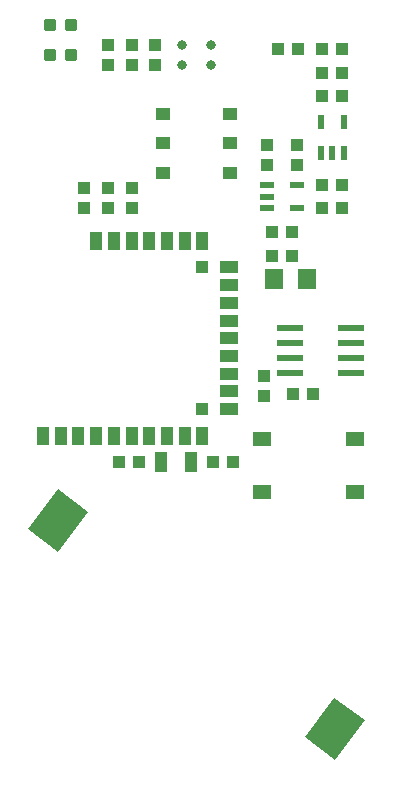
<source format=gbr>
G75*
%MOIN*%
%OFA0B0*%
%FSLAX25Y25*%
%IPPOS*%
%LPD*%
%AMOC8*
5,1,8,0,0,1.08239X$1,22.5*
%
%ADD10C,0.01181*%
%ADD11R,0.04331X0.03937*%
%ADD12R,0.06299X0.07087*%
%ADD13R,0.03937X0.04331*%
%ADD14R,0.04724X0.02165*%
%ADD15R,0.04331X0.06693*%
%ADD16R,0.03937X0.05906*%
%ADD17R,0.05906X0.03937*%
%ADD18R,0.03937X0.03937*%
%ADD19R,0.02165X0.04724*%
%ADD20C,0.03150*%
%ADD21R,0.05906X0.05118*%
%ADD22R,0.12598X0.16535*%
%ADD23R,0.08661X0.02362*%
%ADD24R,0.04528X0.03937*%
D10*
X0011705Y0239567D02*
X0011705Y0236811D01*
X0008949Y0236811D01*
X0008949Y0239567D01*
X0011705Y0239567D01*
X0011705Y0237991D02*
X0008949Y0237991D01*
X0008949Y0239171D02*
X0011705Y0239171D01*
X0018610Y0239567D02*
X0018610Y0236811D01*
X0015854Y0236811D01*
X0015854Y0239567D01*
X0018610Y0239567D01*
X0018610Y0237991D02*
X0015854Y0237991D01*
X0015854Y0239171D02*
X0018610Y0239171D01*
X0011705Y0249409D02*
X0011705Y0246653D01*
X0008949Y0246653D01*
X0008949Y0249409D01*
X0011705Y0249409D01*
X0011705Y0247833D02*
X0008949Y0247833D01*
X0008949Y0249013D02*
X0011705Y0249013D01*
X0018610Y0249409D02*
X0018610Y0246653D01*
X0015854Y0246653D01*
X0015854Y0249409D01*
X0018610Y0249409D01*
X0018610Y0247833D02*
X0015854Y0247833D01*
X0015854Y0249013D02*
X0018610Y0249013D01*
D11*
X0029528Y0241535D03*
X0029528Y0234843D03*
X0037402Y0241535D03*
X0037402Y0234843D03*
X0107677Y0232283D03*
X0100984Y0232283D03*
X0091142Y0125000D03*
X0097835Y0125000D03*
X0039764Y0102362D03*
X0033071Y0102362D03*
X0064567Y0102362D03*
X0071260Y0102362D03*
X0084252Y0179134D03*
X0090945Y0179134D03*
X0086220Y0240157D03*
X0092913Y0240157D03*
X0021654Y0187106D03*
X0021654Y0193799D03*
X0084252Y0171260D03*
X0090945Y0171260D03*
X0037402Y0187106D03*
X0037402Y0193799D03*
D12*
X0085039Y0163386D03*
X0096063Y0163386D03*
D13*
X0082677Y0201378D03*
X0082677Y0208071D03*
X0092520Y0201378D03*
X0092520Y0208071D03*
X0100984Y0187008D03*
X0107677Y0187008D03*
X0045276Y0234843D03*
X0045276Y0241535D03*
X0100984Y0194882D03*
X0107677Y0194882D03*
X0107677Y0240157D03*
X0100984Y0240157D03*
X0107677Y0224409D03*
X0100984Y0224409D03*
X0029528Y0193799D03*
X0029528Y0187106D03*
X0081693Y0124606D03*
X0081693Y0131299D03*
D14*
X0082480Y0194685D03*
X0082480Y0190945D03*
X0082480Y0187205D03*
X0092717Y0187205D03*
X0092717Y0194685D03*
D15*
X0057087Y0102362D03*
X0047244Y0102362D03*
D16*
X0007874Y0111220D03*
X0013780Y0111220D03*
X0019685Y0111220D03*
X0025591Y0111220D03*
X0031496Y0111220D03*
X0037402Y0111220D03*
X0043307Y0111220D03*
X0049213Y0111220D03*
X0055118Y0111220D03*
X0061024Y0111220D03*
X0061024Y0176181D03*
X0055118Y0176181D03*
X0049213Y0176181D03*
X0043307Y0176181D03*
X0037402Y0176181D03*
X0031496Y0176181D03*
X0025591Y0176181D03*
D17*
X0069882Y0120079D03*
X0069882Y0125984D03*
X0069882Y0131890D03*
X0069882Y0137795D03*
X0069882Y0143701D03*
X0069882Y0149606D03*
X0069882Y0155512D03*
X0069882Y0161417D03*
X0069882Y0167323D03*
D18*
X0061024Y0120079D03*
X0061024Y0167323D03*
D19*
X0100591Y0205512D03*
X0104331Y0205512D03*
X0108071Y0205512D03*
X0108071Y0215748D03*
X0100591Y0215748D03*
D20*
X0063898Y0241535D03*
X0063898Y0234843D03*
X0054213Y0241535D03*
X0054213Y0234843D03*
D21*
X0080906Y0110236D03*
X0112008Y0110236D03*
X0080906Y0092520D03*
X0112008Y0092520D03*
D22*
G36*
X0013047Y0072546D02*
X0002987Y0080128D01*
X0012937Y0093332D01*
X0022997Y0085750D01*
X0013047Y0072546D01*
G37*
G36*
X0105173Y0003124D02*
X0095113Y0010706D01*
X0105063Y0023910D01*
X0115123Y0016328D01*
X0105173Y0003124D01*
G37*
D23*
X0110630Y0137264D03*
X0090157Y0137264D03*
X0110630Y0132264D03*
X0110630Y0142264D03*
X0110630Y0147264D03*
X0090157Y0132264D03*
X0090157Y0142264D03*
X0090157Y0147264D03*
D24*
X0070177Y0198819D03*
X0070177Y0208661D03*
X0070177Y0218504D03*
X0047933Y0198819D03*
X0047933Y0208661D03*
X0047933Y0218504D03*
M02*

</source>
